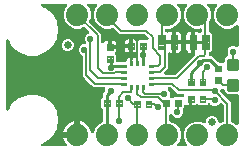
<source format=gtl>
G04 EAGLE Gerber RS-274X export*
G75*
%MOMM*%
%FSLAX34Y34*%
%LPD*%
%INTop Copper*%
%IPPOS*%
%AMOC8*
5,1,8,0,0,1.08239X$1,22.5*%
G01*
%ADD10C,0.102000*%
%ADD11C,0.635000*%
%ADD12C,1.879600*%
%ADD13C,0.099059*%
%ADD14C,0.300000*%
%ADD15C,0.554000*%
%ADD16C,0.152400*%
%ADD17C,0.254000*%

G36*
X53303Y3054D02*
X53303Y3054D01*
X53343Y3051D01*
X53461Y3074D01*
X53579Y3089D01*
X53617Y3103D01*
X53656Y3111D01*
X53764Y3162D01*
X53875Y3206D01*
X53907Y3229D01*
X53943Y3246D01*
X54036Y3322D01*
X54133Y3392D01*
X54158Y3423D01*
X54189Y3448D01*
X54259Y3545D01*
X54335Y3637D01*
X54352Y3673D01*
X54376Y3706D01*
X54420Y3817D01*
X54471Y3925D01*
X54478Y3964D01*
X54493Y4001D01*
X54508Y4120D01*
X54531Y4237D01*
X54528Y4277D01*
X54533Y4317D01*
X54518Y4435D01*
X54511Y4555D01*
X54499Y4593D01*
X54494Y4632D01*
X54450Y4743D01*
X54413Y4857D01*
X54392Y4891D01*
X54377Y4928D01*
X54291Y5064D01*
X53289Y6443D01*
X52436Y8117D01*
X51855Y9904D01*
X51815Y10161D01*
X62230Y10161D01*
X62348Y10176D01*
X62467Y10183D01*
X62505Y10196D01*
X62545Y10201D01*
X62656Y10244D01*
X62769Y10281D01*
X62803Y10303D01*
X62841Y10318D01*
X62937Y10388D01*
X63038Y10451D01*
X63066Y10481D01*
X63098Y10504D01*
X63174Y10596D01*
X63256Y10683D01*
X63275Y10718D01*
X63301Y10749D01*
X63352Y10857D01*
X63409Y10961D01*
X63420Y11001D01*
X63437Y11037D01*
X63459Y11154D01*
X63489Y11269D01*
X63493Y11330D01*
X63497Y11350D01*
X63495Y11370D01*
X63499Y11430D01*
X63499Y12701D01*
X64770Y12701D01*
X64888Y12716D01*
X65007Y12723D01*
X65045Y12736D01*
X65085Y12741D01*
X65196Y12785D01*
X65309Y12821D01*
X65344Y12843D01*
X65381Y12858D01*
X65477Y12928D01*
X65578Y12991D01*
X65606Y13021D01*
X65639Y13045D01*
X65714Y13136D01*
X65796Y13223D01*
X65816Y13258D01*
X65841Y13290D01*
X65892Y13397D01*
X65950Y13502D01*
X65960Y13541D01*
X65977Y13577D01*
X65999Y13694D01*
X66029Y13809D01*
X66033Y13870D01*
X66037Y13890D01*
X66035Y13910D01*
X66039Y13970D01*
X66039Y24385D01*
X66296Y24345D01*
X68083Y23764D01*
X69757Y22911D01*
X71278Y21806D01*
X72606Y20478D01*
X73711Y18957D01*
X74564Y17283D01*
X75154Y15466D01*
X75179Y15380D01*
X75210Y15254D01*
X75224Y15227D01*
X75232Y15198D01*
X75298Y15087D01*
X75358Y14973D01*
X75379Y14950D01*
X75394Y14924D01*
X75485Y14833D01*
X75572Y14737D01*
X75597Y14721D01*
X75619Y14700D01*
X75730Y14634D01*
X75838Y14563D01*
X75867Y14553D01*
X75892Y14537D01*
X76016Y14501D01*
X76139Y14459D01*
X76169Y14457D01*
X76198Y14449D01*
X76327Y14444D01*
X76456Y14434D01*
X76486Y14439D01*
X76516Y14438D01*
X76642Y14466D01*
X76769Y14489D01*
X76797Y14501D01*
X76826Y14507D01*
X76941Y14566D01*
X77059Y14619D01*
X77083Y14638D01*
X77110Y14652D01*
X77206Y14737D01*
X77308Y14818D01*
X77326Y14842D01*
X77348Y14862D01*
X77421Y14968D01*
X77499Y15072D01*
X77518Y15110D01*
X77527Y15124D01*
X77535Y15145D01*
X77570Y15216D01*
X79209Y19175D01*
X82425Y22391D01*
X84814Y23380D01*
X84839Y23395D01*
X84867Y23404D01*
X84977Y23473D01*
X85090Y23537D01*
X85111Y23558D01*
X85136Y23574D01*
X85225Y23668D01*
X85318Y23759D01*
X85334Y23784D01*
X85354Y23805D01*
X85417Y23919D01*
X85485Y24030D01*
X85493Y24058D01*
X85508Y24084D01*
X85540Y24210D01*
X85578Y24334D01*
X85580Y24363D01*
X85587Y24392D01*
X85597Y24553D01*
X85597Y33778D01*
X85585Y33876D01*
X85582Y33975D01*
X85565Y34034D01*
X85557Y34094D01*
X85521Y34186D01*
X85493Y34281D01*
X85463Y34333D01*
X85440Y34389D01*
X85382Y34469D01*
X85332Y34555D01*
X85266Y34630D01*
X85254Y34647D01*
X85244Y34654D01*
X85226Y34676D01*
X83566Y36335D01*
X83566Y43421D01*
X84925Y44779D01*
X84985Y44858D01*
X85053Y44930D01*
X85082Y44983D01*
X85119Y45031D01*
X85159Y45122D01*
X85207Y45208D01*
X85222Y45267D01*
X85246Y45323D01*
X85261Y45421D01*
X85286Y45516D01*
X85292Y45616D01*
X85296Y45637D01*
X85294Y45649D01*
X85296Y45677D01*
X85296Y48311D01*
X86774Y49788D01*
X86834Y49867D01*
X86902Y49939D01*
X86931Y49992D01*
X86968Y50040D01*
X87008Y50131D01*
X87056Y50217D01*
X87071Y50276D01*
X87095Y50331D01*
X87110Y50429D01*
X87135Y50525D01*
X87141Y50625D01*
X87145Y50646D01*
X87143Y50658D01*
X87145Y50686D01*
X87145Y51247D01*
X87229Y51450D01*
X87242Y51498D01*
X87264Y51543D01*
X87284Y51651D01*
X87313Y51757D01*
X87314Y51807D01*
X87323Y51856D01*
X87317Y51965D01*
X87318Y52075D01*
X87307Y52123D01*
X87304Y52173D01*
X87270Y52277D01*
X87244Y52384D01*
X87221Y52428D01*
X87206Y52475D01*
X87147Y52568D01*
X87095Y52665D01*
X87062Y52702D01*
X87035Y52744D01*
X86955Y52819D01*
X86882Y52901D01*
X86840Y52928D01*
X86804Y52962D01*
X86708Y53015D01*
X86616Y53075D01*
X86569Y53092D01*
X86525Y53116D01*
X86419Y53143D01*
X86315Y53179D01*
X86265Y53183D01*
X86217Y53195D01*
X86057Y53205D01*
X77462Y53205D01*
X75454Y55214D01*
X70334Y60334D01*
X68325Y62342D01*
X68325Y79110D01*
X68322Y79139D01*
X68324Y79169D01*
X68302Y79296D01*
X68285Y79425D01*
X68275Y79453D01*
X68269Y79482D01*
X68216Y79600D01*
X68168Y79721D01*
X68151Y79745D01*
X68139Y79772D01*
X68058Y79873D01*
X67982Y79978D01*
X67959Y79997D01*
X67940Y80020D01*
X67837Y80098D01*
X67737Y80181D01*
X67710Y80194D01*
X67686Y80212D01*
X67542Y80283D01*
X66875Y80558D01*
X65524Y81909D01*
X64793Y83675D01*
X64793Y85585D01*
X65524Y87351D01*
X66875Y88702D01*
X68641Y89433D01*
X69462Y89433D01*
X69511Y89439D01*
X69560Y89437D01*
X69668Y89459D01*
X69777Y89473D01*
X69823Y89491D01*
X69872Y89501D01*
X69971Y89549D01*
X70073Y89590D01*
X70113Y89619D01*
X70158Y89641D01*
X70241Y89712D01*
X70330Y89776D01*
X70362Y89815D01*
X70400Y89847D01*
X70463Y89937D01*
X70533Y90021D01*
X70554Y90066D01*
X70583Y90107D01*
X70622Y90210D01*
X70668Y90309D01*
X70678Y90358D01*
X70695Y90404D01*
X70708Y90514D01*
X70728Y90621D01*
X70725Y90671D01*
X70731Y90720D01*
X70715Y90829D01*
X70708Y90939D01*
X70693Y90986D01*
X70686Y91035D01*
X70634Y91188D01*
X69873Y93025D01*
X69873Y94935D01*
X70604Y96701D01*
X71955Y98052D01*
X72916Y98449D01*
X72959Y98474D01*
X73006Y98491D01*
X73097Y98553D01*
X73192Y98607D01*
X73228Y98642D01*
X73269Y98670D01*
X73342Y98752D01*
X73421Y98828D01*
X73447Y98871D01*
X73480Y98908D01*
X73530Y99006D01*
X73587Y99099D01*
X73602Y99147D01*
X73624Y99191D01*
X73648Y99298D01*
X73681Y99403D01*
X73683Y99453D01*
X73694Y99501D01*
X73691Y99611D01*
X73696Y99721D01*
X73686Y99770D01*
X73684Y99819D01*
X73654Y99925D01*
X73632Y100032D01*
X73610Y100077D01*
X73596Y100125D01*
X73540Y100219D01*
X73492Y100318D01*
X73460Y100356D01*
X73434Y100399D01*
X73328Y100520D01*
X70054Y103794D01*
X70030Y103812D01*
X70011Y103835D01*
X69905Y103909D01*
X69802Y103989D01*
X69775Y104001D01*
X69751Y104018D01*
X69630Y104064D01*
X69511Y104115D01*
X69481Y104120D01*
X69454Y104130D01*
X69325Y104145D01*
X69196Y104165D01*
X69167Y104162D01*
X69138Y104166D01*
X69009Y104148D01*
X68880Y104135D01*
X68852Y104125D01*
X68823Y104121D01*
X68670Y104069D01*
X65774Y102869D01*
X61226Y102869D01*
X57025Y104609D01*
X53809Y107825D01*
X52069Y112026D01*
X52069Y116574D01*
X53809Y120775D01*
X54819Y121785D01*
X54904Y121894D01*
X54993Y122001D01*
X55002Y122020D01*
X55014Y122036D01*
X55069Y122163D01*
X55128Y122289D01*
X55132Y122309D01*
X55140Y122328D01*
X55162Y122466D01*
X55188Y122602D01*
X55187Y122622D01*
X55190Y122642D01*
X55177Y122781D01*
X55168Y122919D01*
X55162Y122938D01*
X55160Y122958D01*
X55113Y123090D01*
X55070Y123221D01*
X55060Y123239D01*
X55053Y123258D01*
X54975Y123373D01*
X54900Y123490D01*
X54886Y123504D01*
X54874Y123521D01*
X54770Y123613D01*
X54669Y123708D01*
X54651Y123718D01*
X54636Y123731D01*
X54512Y123794D01*
X54390Y123862D01*
X54371Y123867D01*
X54353Y123876D01*
X54217Y123906D01*
X54082Y123941D01*
X54054Y123943D01*
X54042Y123946D01*
X54022Y123945D01*
X53922Y123951D01*
X34316Y123951D01*
X34219Y123939D01*
X34122Y123936D01*
X34062Y123919D01*
X34000Y123911D01*
X33910Y123876D01*
X33816Y123849D01*
X33762Y123817D01*
X33704Y123794D01*
X33626Y123737D01*
X33542Y123688D01*
X33498Y123644D01*
X33447Y123608D01*
X33385Y123532D01*
X33316Y123464D01*
X33284Y123411D01*
X33244Y123363D01*
X33203Y123275D01*
X33153Y123191D01*
X33135Y123131D01*
X33109Y123075D01*
X33091Y122979D01*
X33063Y122886D01*
X33061Y122824D01*
X33049Y122763D01*
X33055Y122665D01*
X33052Y122568D01*
X33065Y122507D01*
X33069Y122445D01*
X33099Y122352D01*
X33120Y122257D01*
X33148Y122202D01*
X33167Y122143D01*
X33219Y122060D01*
X33263Y121973D01*
X33304Y121927D01*
X33337Y121874D01*
X33408Y121807D01*
X33472Y121734D01*
X33523Y121699D01*
X33569Y121656D01*
X33654Y121609D01*
X33734Y121554D01*
X33830Y121512D01*
X33847Y121502D01*
X33858Y121500D01*
X33882Y121489D01*
X36362Y120587D01*
X42195Y115692D01*
X46002Y109098D01*
X47324Y101600D01*
X46002Y94102D01*
X42195Y87508D01*
X36362Y82613D01*
X29207Y80009D01*
X21593Y80009D01*
X14438Y82613D01*
X8605Y87508D01*
X5417Y93030D01*
X5329Y93146D01*
X5244Y93264D01*
X5233Y93272D01*
X5225Y93283D01*
X5111Y93373D01*
X4999Y93467D01*
X4986Y93472D01*
X4976Y93481D01*
X4842Y93540D01*
X4711Y93602D01*
X4698Y93605D01*
X4685Y93610D01*
X4541Y93635D01*
X4398Y93662D01*
X4385Y93661D01*
X4372Y93663D01*
X4226Y93651D01*
X4081Y93642D01*
X4068Y93638D01*
X4055Y93637D01*
X3917Y93589D01*
X3779Y93544D01*
X3767Y93537D01*
X3754Y93532D01*
X3633Y93452D01*
X3510Y93374D01*
X3501Y93364D01*
X3489Y93357D01*
X3392Y93249D01*
X3292Y93142D01*
X3285Y93131D01*
X3276Y93120D01*
X3209Y92991D01*
X3138Y92864D01*
X3135Y92851D01*
X3129Y92839D01*
X3095Y92697D01*
X3059Y92556D01*
X3058Y92538D01*
X3056Y92529D01*
X3056Y92512D01*
X3049Y92395D01*
X3049Y34605D01*
X3067Y34460D01*
X3082Y34315D01*
X3087Y34303D01*
X3089Y34289D01*
X3142Y34154D01*
X3193Y34017D01*
X3201Y34006D01*
X3206Y33994D01*
X3291Y33876D01*
X3374Y33756D01*
X3385Y33747D01*
X3392Y33736D01*
X3504Y33643D01*
X3615Y33548D01*
X3627Y33542D01*
X3637Y33533D01*
X3769Y33472D01*
X3900Y33406D01*
X3913Y33404D01*
X3925Y33398D01*
X4067Y33371D01*
X4211Y33340D01*
X4224Y33341D01*
X4237Y33338D01*
X4382Y33347D01*
X4528Y33353D01*
X4541Y33357D01*
X4555Y33358D01*
X4693Y33403D01*
X4833Y33445D01*
X4845Y33452D01*
X4857Y33456D01*
X4980Y33534D01*
X5105Y33609D01*
X5115Y33619D01*
X5126Y33626D01*
X5226Y33732D01*
X5328Y33836D01*
X5338Y33851D01*
X5344Y33858D01*
X5352Y33873D01*
X5417Y33970D01*
X8605Y39492D01*
X14438Y44387D01*
X21593Y46991D01*
X29207Y46991D01*
X36362Y44387D01*
X42195Y39492D01*
X46002Y32898D01*
X47324Y25400D01*
X46002Y17902D01*
X42195Y11308D01*
X36362Y6413D01*
X33882Y5511D01*
X33795Y5466D01*
X33704Y5430D01*
X33654Y5394D01*
X33599Y5365D01*
X33526Y5301D01*
X33447Y5244D01*
X33407Y5196D01*
X33361Y5154D01*
X33306Y5074D01*
X33244Y4999D01*
X33218Y4942D01*
X33183Y4891D01*
X33150Y4799D01*
X33109Y4711D01*
X33097Y4650D01*
X33076Y4591D01*
X33067Y4494D01*
X33049Y4398D01*
X33053Y4336D01*
X33047Y4274D01*
X33063Y4178D01*
X33069Y4081D01*
X33088Y4022D01*
X33098Y3960D01*
X33137Y3871D01*
X33167Y3779D01*
X33200Y3726D01*
X33225Y3669D01*
X33285Y3592D01*
X33337Y3510D01*
X33382Y3467D01*
X33421Y3418D01*
X33498Y3359D01*
X33569Y3292D01*
X33623Y3262D01*
X33672Y3224D01*
X33762Y3185D01*
X33847Y3138D01*
X33907Y3123D01*
X33965Y3098D01*
X34061Y3083D01*
X34155Y3059D01*
X34259Y3052D01*
X34279Y3049D01*
X34290Y3050D01*
X34316Y3049D01*
X53264Y3049D01*
X53303Y3054D01*
G37*
G36*
X146283Y63807D02*
X146283Y63807D01*
X146382Y63810D01*
X146440Y63827D01*
X146500Y63835D01*
X146592Y63871D01*
X146687Y63899D01*
X146740Y63929D01*
X146796Y63952D01*
X146876Y64010D01*
X146961Y64060D01*
X147037Y64126D01*
X147053Y64138D01*
X147061Y64148D01*
X147082Y64166D01*
X163044Y80128D01*
X163129Y80238D01*
X163218Y80345D01*
X163227Y80364D01*
X163239Y80380D01*
X163295Y80508D01*
X163354Y80633D01*
X163357Y80653D01*
X163365Y80672D01*
X163387Y80810D01*
X163413Y80945D01*
X163412Y80966D01*
X163415Y80986D01*
X163402Y81125D01*
X163394Y81263D01*
X163387Y81282D01*
X163385Y81302D01*
X163338Y81434D01*
X163321Y81486D01*
X163321Y89853D01*
X173863Y89853D01*
X173882Y89865D01*
X173904Y89869D01*
X173911Y89884D01*
X173920Y89890D01*
X173919Y89900D01*
X173926Y89916D01*
X173926Y92456D01*
X173914Y92475D01*
X173910Y92497D01*
X173895Y92504D01*
X173889Y92513D01*
X173879Y92512D01*
X173863Y92519D01*
X163321Y92519D01*
X163321Y100077D01*
X164877Y100077D01*
X165650Y99870D01*
X166344Y99469D01*
X166434Y99399D01*
X166523Y99321D01*
X166559Y99302D01*
X166591Y99277D01*
X166700Y99230D01*
X166806Y99176D01*
X166846Y99167D01*
X166883Y99151D01*
X167000Y99132D01*
X167117Y99106D01*
X167157Y99108D01*
X167197Y99101D01*
X167315Y99112D01*
X167434Y99116D01*
X167473Y99127D01*
X167513Y99131D01*
X167626Y99171D01*
X167740Y99204D01*
X167775Y99225D01*
X167813Y99239D01*
X167911Y99305D01*
X168014Y99366D01*
X168059Y99406D01*
X168076Y99417D01*
X168089Y99432D01*
X168135Y99472D01*
X168253Y99591D01*
X168258Y99591D01*
X168296Y99604D01*
X168337Y99609D01*
X168447Y99652D01*
X168560Y99689D01*
X168595Y99711D01*
X168632Y99726D01*
X168728Y99795D01*
X168829Y99859D01*
X168857Y99889D01*
X168890Y99912D01*
X168966Y100004D01*
X169047Y100091D01*
X169067Y100126D01*
X169092Y100157D01*
X169143Y100265D01*
X169201Y100369D01*
X169211Y100409D01*
X169228Y100445D01*
X169250Y100562D01*
X169280Y100677D01*
X169284Y100737D01*
X169288Y100757D01*
X169286Y100778D01*
X169290Y100838D01*
X169290Y101764D01*
X169284Y101813D01*
X169286Y101863D01*
X169264Y101970D01*
X169250Y102079D01*
X169232Y102125D01*
X169222Y102174D01*
X169174Y102273D01*
X169133Y102375D01*
X169104Y102415D01*
X169082Y102460D01*
X169011Y102543D01*
X168947Y102632D01*
X168908Y102664D01*
X168876Y102702D01*
X168786Y102765D01*
X168702Y102835D01*
X168657Y102856D01*
X168616Y102885D01*
X168513Y102924D01*
X168414Y102970D01*
X168365Y102980D01*
X168319Y102997D01*
X168209Y103010D01*
X168102Y103030D01*
X168052Y103027D01*
X168002Y103033D01*
X167894Y103017D01*
X167784Y103011D01*
X167737Y102995D01*
X167688Y102988D01*
X167535Y102936D01*
X167374Y102869D01*
X162826Y102869D01*
X158625Y104609D01*
X155409Y107825D01*
X153669Y112026D01*
X153669Y116574D01*
X155409Y120775D01*
X156419Y121785D01*
X156504Y121894D01*
X156593Y122001D01*
X156602Y122020D01*
X156614Y122036D01*
X156669Y122163D01*
X156728Y122289D01*
X156732Y122309D01*
X156740Y122328D01*
X156762Y122466D01*
X156788Y122602D01*
X156787Y122622D01*
X156790Y122642D01*
X156777Y122781D01*
X156768Y122919D01*
X156762Y122938D01*
X156760Y122958D01*
X156713Y123090D01*
X156670Y123221D01*
X156660Y123239D01*
X156653Y123258D01*
X156575Y123373D01*
X156500Y123490D01*
X156486Y123504D01*
X156474Y123521D01*
X156370Y123613D01*
X156269Y123708D01*
X156251Y123718D01*
X156236Y123731D01*
X156112Y123794D01*
X155990Y123862D01*
X155971Y123867D01*
X155953Y123876D01*
X155817Y123906D01*
X155682Y123941D01*
X155654Y123943D01*
X155642Y123946D01*
X155622Y123945D01*
X155522Y123951D01*
X149278Y123951D01*
X149140Y123934D01*
X149002Y123921D01*
X148983Y123914D01*
X148963Y123911D01*
X148834Y123860D01*
X148703Y123813D01*
X148686Y123802D01*
X148667Y123794D01*
X148555Y123713D01*
X148440Y123635D01*
X148426Y123619D01*
X148410Y123608D01*
X148321Y123500D01*
X148229Y123396D01*
X148220Y123378D01*
X148207Y123363D01*
X148148Y123237D01*
X148085Y123113D01*
X148080Y123093D01*
X148072Y123075D01*
X148045Y122938D01*
X148015Y122803D01*
X148016Y122782D01*
X148012Y122763D01*
X148020Y122624D01*
X148025Y122485D01*
X148030Y122465D01*
X148032Y122445D01*
X148074Y122313D01*
X148113Y122179D01*
X148123Y122162D01*
X148130Y122143D01*
X148204Y122025D01*
X148275Y121905D01*
X148293Y121884D01*
X148300Y121874D01*
X148315Y121860D01*
X148381Y121785D01*
X149391Y120775D01*
X151131Y116574D01*
X151131Y112026D01*
X149391Y107825D01*
X146175Y104609D01*
X141974Y102869D01*
X139065Y102869D01*
X138947Y102854D01*
X138828Y102847D01*
X138790Y102834D01*
X138749Y102829D01*
X138639Y102786D01*
X138526Y102749D01*
X138491Y102727D01*
X138454Y102712D01*
X138358Y102643D01*
X138257Y102579D01*
X138229Y102549D01*
X138196Y102526D01*
X138120Y102434D01*
X138039Y102347D01*
X138019Y102312D01*
X137994Y102281D01*
X137943Y102173D01*
X137885Y102069D01*
X137875Y102029D01*
X137858Y101993D01*
X137836Y101876D01*
X137806Y101761D01*
X137802Y101701D01*
X137798Y101681D01*
X137800Y101660D01*
X137796Y101600D01*
X137796Y101092D01*
X137811Y100974D01*
X137818Y100855D01*
X137831Y100817D01*
X137836Y100776D01*
X137880Y100665D01*
X137916Y100553D01*
X137938Y100518D01*
X137953Y100481D01*
X138022Y100385D01*
X138086Y100284D01*
X138116Y100256D01*
X138139Y100223D01*
X138231Y100147D01*
X138318Y100066D01*
X138353Y100046D01*
X138384Y100021D01*
X138492Y99970D01*
X138596Y99912D01*
X138636Y99902D01*
X138672Y99885D01*
X138789Y99863D01*
X138824Y99854D01*
X138951Y99726D01*
X139045Y99653D01*
X139135Y99574D01*
X139171Y99556D01*
X139203Y99531D01*
X139312Y99484D01*
X139418Y99430D01*
X139457Y99421D01*
X139494Y99405D01*
X139612Y99386D01*
X139728Y99360D01*
X139769Y99361D01*
X139808Y99355D01*
X139927Y99366D01*
X140046Y99370D01*
X140085Y99381D01*
X140125Y99385D01*
X140237Y99425D01*
X140352Y99458D01*
X140386Y99479D01*
X140424Y99493D01*
X140523Y99559D01*
X140626Y99620D01*
X140671Y99660D01*
X140687Y99671D01*
X140701Y99686D01*
X140743Y99724D01*
X141436Y100124D01*
X142209Y100331D01*
X143765Y100331D01*
X143765Y92773D01*
X133223Y92773D01*
X133204Y92761D01*
X133182Y92757D01*
X133175Y92742D01*
X133166Y92736D01*
X133167Y92726D01*
X133160Y92710D01*
X133160Y90170D01*
X133172Y90151D01*
X133176Y90129D01*
X133191Y90122D01*
X133197Y90113D01*
X133207Y90114D01*
X133223Y90107D01*
X143765Y90107D01*
X143765Y82549D01*
X142208Y82549D01*
X141934Y82623D01*
X141809Y82640D01*
X141685Y82664D01*
X141652Y82662D01*
X141618Y82666D01*
X141493Y82652D01*
X141368Y82644D01*
X141336Y82634D01*
X141303Y82630D01*
X141185Y82585D01*
X141066Y82546D01*
X141037Y82528D01*
X141006Y82516D01*
X140903Y82443D01*
X140797Y82376D01*
X140774Y82351D01*
X140746Y82332D01*
X140665Y82236D01*
X140579Y82144D01*
X140563Y82115D01*
X140541Y82089D01*
X140486Y81975D01*
X140425Y81866D01*
X140417Y81833D01*
X140402Y81803D01*
X140377Y81679D01*
X140346Y81558D01*
X140343Y81509D01*
X140339Y81491D01*
X140340Y81469D01*
X140336Y81397D01*
X140336Y68946D01*
X137351Y65961D01*
X137266Y65852D01*
X137177Y65745D01*
X137168Y65726D01*
X137156Y65710D01*
X137100Y65582D01*
X137041Y65457D01*
X137038Y65437D01*
X137030Y65418D01*
X137008Y65280D01*
X136982Y65144D01*
X136983Y65124D01*
X136980Y65104D01*
X136993Y64965D01*
X137001Y64827D01*
X137008Y64808D01*
X137009Y64788D01*
X137057Y64656D01*
X137099Y64525D01*
X137110Y64507D01*
X137117Y64488D01*
X137195Y64373D01*
X137270Y64256D01*
X137284Y64242D01*
X137296Y64225D01*
X137400Y64133D01*
X137501Y64038D01*
X137519Y64028D01*
X137534Y64015D01*
X137658Y63951D01*
X137780Y63884D01*
X137799Y63879D01*
X137817Y63870D01*
X137953Y63840D01*
X138088Y63805D01*
X138116Y63803D01*
X138128Y63800D01*
X138148Y63801D01*
X138248Y63795D01*
X146185Y63795D01*
X146283Y63807D01*
G37*
G36*
X99074Y74315D02*
X99074Y74315D01*
X99173Y74318D01*
X99231Y74335D01*
X99292Y74343D01*
X99384Y74379D01*
X99479Y74407D01*
X99531Y74437D01*
X99587Y74460D01*
X99667Y74518D01*
X99693Y74533D01*
X103990Y74533D01*
X104108Y74548D01*
X104227Y74555D01*
X104265Y74568D01*
X104306Y74573D01*
X104416Y74616D01*
X104529Y74653D01*
X104564Y74675D01*
X104601Y74690D01*
X104697Y74759D01*
X104798Y74823D01*
X104826Y74853D01*
X104859Y74876D01*
X104935Y74968D01*
X105016Y75055D01*
X105036Y75090D01*
X105061Y75121D01*
X105112Y75229D01*
X105170Y75333D01*
X105180Y75373D01*
X105197Y75409D01*
X105219Y75526D01*
X105249Y75641D01*
X105253Y75701D01*
X105257Y75721D01*
X105255Y75742D01*
X105258Y75788D01*
X105467Y76568D01*
X105869Y77263D01*
X106437Y77831D01*
X107132Y78233D01*
X107908Y78441D01*
X108031Y78441D01*
X108031Y77084D01*
X108050Y76932D01*
X108069Y76774D01*
X108070Y76772D01*
X108070Y76769D01*
X108127Y76625D01*
X108185Y76478D01*
X108186Y76476D01*
X108187Y76473D01*
X108279Y76347D01*
X108370Y76220D01*
X108373Y76218D01*
X108374Y76216D01*
X108495Y76115D01*
X108614Y76016D01*
X108617Y76015D01*
X108619Y76013D01*
X108759Y75947D01*
X108901Y75879D01*
X108904Y75878D01*
X108907Y75877D01*
X109055Y75849D01*
X109213Y75818D01*
X109216Y75818D01*
X109219Y75817D01*
X109373Y75827D01*
X109531Y75836D01*
X109534Y75837D01*
X109537Y75837D01*
X109684Y75885D01*
X109834Y75933D01*
X109836Y75934D01*
X109839Y75935D01*
X109970Y76018D01*
X110103Y76102D01*
X110105Y76104D01*
X110108Y76105D01*
X110215Y76219D01*
X110322Y76332D01*
X110325Y76336D01*
X110326Y76337D01*
X110326Y76338D01*
X110329Y76342D01*
X110409Y76468D01*
X110410Y76468D01*
X110440Y76544D01*
X110480Y76616D01*
X110499Y76691D01*
X110528Y76763D01*
X110539Y76845D01*
X110559Y76924D01*
X110569Y77073D01*
X110569Y77079D01*
X110569Y77081D01*
X110569Y77085D01*
X110569Y78441D01*
X110692Y78441D01*
X111471Y78232D01*
X111563Y78219D01*
X111653Y78197D01*
X111720Y78198D01*
X111787Y78189D01*
X111878Y78199D01*
X111971Y78200D01*
X112086Y78223D01*
X112102Y78225D01*
X112110Y78228D01*
X112129Y78232D01*
X112908Y78441D01*
X113228Y78441D01*
X113346Y78456D01*
X113465Y78463D01*
X113503Y78476D01*
X113544Y78481D01*
X113654Y78524D01*
X113767Y78561D01*
X113802Y78583D01*
X113839Y78598D01*
X113935Y78667D01*
X114036Y78731D01*
X114064Y78761D01*
X114097Y78784D01*
X114173Y78876D01*
X114254Y78963D01*
X114274Y78998D01*
X114299Y79029D01*
X114350Y79137D01*
X114408Y79241D01*
X114418Y79281D01*
X114435Y79317D01*
X114457Y79434D01*
X114487Y79549D01*
X114491Y79609D01*
X114495Y79629D01*
X114493Y79650D01*
X114497Y79710D01*
X114497Y81595D01*
X114482Y81720D01*
X114472Y81845D01*
X114462Y81877D01*
X114457Y81911D01*
X114411Y82027D01*
X114371Y82147D01*
X114353Y82175D01*
X114340Y82206D01*
X114267Y82308D01*
X114198Y82413D01*
X114173Y82436D01*
X114154Y82464D01*
X114057Y82544D01*
X113964Y82629D01*
X113935Y82645D01*
X113909Y82666D01*
X113795Y82720D01*
X113684Y82779D01*
X113651Y82788D01*
X113621Y82802D01*
X113497Y82826D01*
X113375Y82856D01*
X113342Y82855D01*
X113309Y82862D01*
X113183Y82854D01*
X113057Y82853D01*
X113009Y82843D01*
X112991Y82842D01*
X112971Y82835D01*
X112899Y82821D01*
X112065Y82597D01*
X110672Y82597D01*
X110672Y87908D01*
X110657Y88026D01*
X110650Y88145D01*
X110648Y88152D01*
X110662Y88208D01*
X110666Y88268D01*
X110670Y88288D01*
X110668Y88308D01*
X110672Y88368D01*
X110672Y93679D01*
X112065Y93679D01*
X112841Y93471D01*
X113536Y93069D01*
X113635Y92971D01*
X113729Y92898D01*
X113818Y92819D01*
X113854Y92801D01*
X113886Y92776D01*
X113995Y92728D01*
X114101Y92674D01*
X114141Y92665D01*
X114178Y92649D01*
X114296Y92631D01*
X114412Y92605D01*
X114452Y92606D01*
X114492Y92600D01*
X114611Y92611D01*
X114729Y92614D01*
X114768Y92626D01*
X114809Y92629D01*
X114921Y92670D01*
X115035Y92703D01*
X115070Y92723D01*
X115108Y92737D01*
X115206Y92804D01*
X115309Y92864D01*
X115354Y92904D01*
X115371Y92916D01*
X115384Y92931D01*
X115430Y92971D01*
X115630Y93171D01*
X122825Y93171D01*
X122962Y93188D01*
X123101Y93201D01*
X123120Y93208D01*
X123140Y93211D01*
X123269Y93262D01*
X123400Y93309D01*
X123417Y93320D01*
X123436Y93328D01*
X123548Y93409D01*
X123663Y93487D01*
X123677Y93503D01*
X123693Y93514D01*
X123782Y93622D01*
X123874Y93726D01*
X123883Y93744D01*
X123896Y93759D01*
X123955Y93885D01*
X124019Y94009D01*
X124023Y94029D01*
X124032Y94047D01*
X124058Y94183D01*
X124088Y94319D01*
X124088Y94340D01*
X124091Y94359D01*
X124083Y94498D01*
X124079Y94637D01*
X124073Y94657D01*
X124072Y94677D01*
X124029Y94809D01*
X123990Y94943D01*
X123980Y94960D01*
X123974Y94979D01*
X123899Y95097D01*
X123829Y95217D01*
X123810Y95238D01*
X123803Y95248D01*
X123788Y95262D01*
X123722Y95337D01*
X121134Y97926D01*
X121056Y97986D01*
X120984Y98054D01*
X120931Y98083D01*
X120883Y98120D01*
X120792Y98160D01*
X120705Y98208D01*
X120647Y98223D01*
X120591Y98247D01*
X120493Y98262D01*
X120397Y98287D01*
X120297Y98293D01*
X120277Y98297D01*
X120265Y98295D01*
X120237Y98297D01*
X99426Y98297D01*
X94376Y103348D01*
X94353Y103366D01*
X94334Y103388D01*
X94228Y103463D01*
X94125Y103543D01*
X94098Y103554D01*
X94074Y103571D01*
X93952Y103617D01*
X93833Y103669D01*
X93804Y103674D01*
X93776Y103684D01*
X93647Y103698D01*
X93519Y103719D01*
X93489Y103716D01*
X93460Y103719D01*
X93332Y103701D01*
X93202Y103689D01*
X93174Y103679D01*
X93145Y103675D01*
X92993Y103623D01*
X91174Y102869D01*
X86626Y102869D01*
X82425Y104609D01*
X79209Y107825D01*
X77469Y112026D01*
X77469Y116574D01*
X79209Y120775D01*
X80219Y121785D01*
X80304Y121894D01*
X80393Y122001D01*
X80402Y122020D01*
X80414Y122036D01*
X80469Y122163D01*
X80528Y122289D01*
X80532Y122309D01*
X80540Y122328D01*
X80562Y122466D01*
X80588Y122602D01*
X80587Y122622D01*
X80590Y122642D01*
X80577Y122781D01*
X80568Y122919D01*
X80562Y122938D01*
X80560Y122958D01*
X80513Y123090D01*
X80470Y123221D01*
X80460Y123239D01*
X80453Y123258D01*
X80375Y123373D01*
X80300Y123490D01*
X80286Y123504D01*
X80274Y123521D01*
X80170Y123613D01*
X80069Y123708D01*
X80051Y123718D01*
X80036Y123731D01*
X79912Y123794D01*
X79790Y123862D01*
X79771Y123867D01*
X79753Y123876D01*
X79617Y123906D01*
X79482Y123941D01*
X79454Y123943D01*
X79442Y123946D01*
X79422Y123945D01*
X79322Y123951D01*
X73078Y123951D01*
X72940Y123934D01*
X72802Y123921D01*
X72783Y123914D01*
X72763Y123911D01*
X72634Y123860D01*
X72503Y123813D01*
X72486Y123802D01*
X72467Y123794D01*
X72355Y123713D01*
X72240Y123635D01*
X72226Y123619D01*
X72210Y123608D01*
X72121Y123500D01*
X72029Y123396D01*
X72020Y123378D01*
X72007Y123363D01*
X71948Y123237D01*
X71885Y123113D01*
X71880Y123093D01*
X71872Y123075D01*
X71845Y122938D01*
X71815Y122803D01*
X71816Y122782D01*
X71812Y122763D01*
X71820Y122624D01*
X71825Y122485D01*
X71830Y122465D01*
X71832Y122445D01*
X71874Y122313D01*
X71913Y122179D01*
X71923Y122162D01*
X71930Y122143D01*
X72004Y122025D01*
X72075Y121905D01*
X72093Y121884D01*
X72100Y121874D01*
X72115Y121860D01*
X72181Y121785D01*
X73191Y120775D01*
X74931Y116574D01*
X74931Y112026D01*
X73731Y109130D01*
X73723Y109101D01*
X73710Y109075D01*
X73681Y108948D01*
X73647Y108823D01*
X73646Y108793D01*
X73640Y108764D01*
X73644Y108635D01*
X73642Y108505D01*
X73649Y108476D01*
X73650Y108447D01*
X73686Y108322D01*
X73716Y108196D01*
X73730Y108169D01*
X73738Y108141D01*
X73804Y108029D01*
X73865Y107914D01*
X73885Y107893D01*
X73900Y107867D01*
X74006Y107746D01*
X81558Y100194D01*
X83567Y98186D01*
X83567Y91706D01*
X83585Y91561D01*
X83600Y91417D01*
X83605Y91404D01*
X83607Y91391D01*
X83660Y91255D01*
X83711Y91119D01*
X83719Y91107D01*
X83724Y91095D01*
X83809Y90977D01*
X83892Y90857D01*
X83903Y90848D01*
X83910Y90838D01*
X84023Y90745D01*
X84133Y90649D01*
X84145Y90643D01*
X84155Y90635D01*
X84287Y90573D01*
X84418Y90508D01*
X84431Y90505D01*
X84443Y90499D01*
X84585Y90472D01*
X84729Y90441D01*
X84742Y90442D01*
X84755Y90439D01*
X84901Y90449D01*
X85047Y90455D01*
X85059Y90458D01*
X85073Y90459D01*
X85212Y90504D01*
X85351Y90546D01*
X85363Y90553D01*
X85375Y90557D01*
X85498Y90635D01*
X85623Y90711D01*
X85633Y90720D01*
X85644Y90727D01*
X85744Y90833D01*
X85846Y90938D01*
X85856Y90953D01*
X85862Y90959D01*
X85870Y90974D01*
X85935Y91072D01*
X86128Y91405D01*
X86696Y91973D01*
X87391Y92375D01*
X88167Y92583D01*
X89560Y92583D01*
X89560Y87272D01*
X89575Y87154D01*
X89582Y87035D01*
X89594Y86997D01*
X89600Y86957D01*
X89643Y86846D01*
X89680Y86733D01*
X89702Y86699D01*
X89717Y86661D01*
X89786Y86565D01*
X89850Y86464D01*
X89880Y86436D01*
X89903Y86404D01*
X89995Y86328D01*
X90082Y86246D01*
X90117Y86227D01*
X90148Y86201D01*
X90192Y86181D01*
X90247Y86104D01*
X90310Y86004D01*
X90340Y85976D01*
X90364Y85943D01*
X90455Y85867D01*
X90542Y85786D01*
X90577Y85766D01*
X90609Y85741D01*
X90716Y85690D01*
X90821Y85632D01*
X90860Y85622D01*
X90896Y85605D01*
X91013Y85583D01*
X91129Y85553D01*
X91189Y85549D01*
X91209Y85545D01*
X91229Y85547D01*
X91289Y85543D01*
X96600Y85543D01*
X96600Y84150D01*
X96392Y83374D01*
X95990Y82679D01*
X95892Y82580D01*
X95819Y82486D01*
X95740Y82397D01*
X95722Y82361D01*
X95697Y82329D01*
X95649Y82220D01*
X95595Y82114D01*
X95586Y82074D01*
X95570Y82037D01*
X95552Y81919D01*
X95526Y81803D01*
X95527Y81763D01*
X95521Y81723D01*
X95532Y81604D01*
X95535Y81486D01*
X95547Y81447D01*
X95550Y81406D01*
X95591Y81294D01*
X95624Y81180D01*
X95644Y81145D01*
X95658Y81107D01*
X95725Y81009D01*
X95785Y80906D01*
X95825Y80861D01*
X95837Y80844D01*
X95852Y80831D01*
X95892Y80785D01*
X96092Y80585D01*
X96092Y75572D01*
X96107Y75454D01*
X96114Y75335D01*
X96127Y75297D01*
X96132Y75256D01*
X96175Y75146D01*
X96212Y75033D01*
X96234Y74998D01*
X96249Y74961D01*
X96318Y74865D01*
X96382Y74764D01*
X96412Y74736D01*
X96435Y74703D01*
X96527Y74627D01*
X96614Y74546D01*
X96649Y74526D01*
X96680Y74501D01*
X96788Y74450D01*
X96892Y74392D01*
X96932Y74382D01*
X96968Y74365D01*
X97085Y74343D01*
X97200Y74313D01*
X97260Y74309D01*
X97280Y74305D01*
X97301Y74307D01*
X97361Y74303D01*
X98976Y74303D01*
X99074Y74315D01*
G37*
G36*
X155660Y3066D02*
X155660Y3066D01*
X155798Y3079D01*
X155817Y3086D01*
X155837Y3089D01*
X155966Y3140D01*
X156097Y3187D01*
X156114Y3198D01*
X156133Y3206D01*
X156245Y3287D01*
X156360Y3365D01*
X156374Y3381D01*
X156390Y3392D01*
X156479Y3500D01*
X156571Y3604D01*
X156580Y3622D01*
X156593Y3637D01*
X156652Y3763D01*
X156715Y3887D01*
X156720Y3907D01*
X156728Y3925D01*
X156755Y4062D01*
X156785Y4197D01*
X156784Y4218D01*
X156788Y4237D01*
X156780Y4376D01*
X156775Y4515D01*
X156770Y4535D01*
X156768Y4555D01*
X156726Y4687D01*
X156687Y4821D01*
X156677Y4838D01*
X156670Y4857D01*
X156596Y4975D01*
X156525Y5095D01*
X156507Y5116D01*
X156500Y5126D01*
X156485Y5140D01*
X156419Y5215D01*
X155409Y6225D01*
X153669Y10426D01*
X153669Y14974D01*
X155409Y19175D01*
X158625Y22391D01*
X162826Y24131D01*
X167374Y24131D01*
X170837Y22696D01*
X170885Y22683D01*
X170930Y22662D01*
X171038Y22641D01*
X171144Y22612D01*
X171194Y22611D01*
X171243Y22602D01*
X171352Y22609D01*
X171462Y22607D01*
X171510Y22619D01*
X171560Y22622D01*
X171664Y22656D01*
X171771Y22681D01*
X171815Y22704D01*
X171862Y22720D01*
X171955Y22779D01*
X172052Y22830D01*
X172089Y22863D01*
X172131Y22890D01*
X172206Y22970D01*
X172288Y23044D01*
X172315Y23085D01*
X172349Y23122D01*
X172402Y23218D01*
X172462Y23310D01*
X172479Y23357D01*
X172503Y23400D01*
X172530Y23506D01*
X172566Y23610D01*
X172570Y23660D01*
X172582Y23708D01*
X172592Y23869D01*
X172592Y24912D01*
X173385Y26826D01*
X174850Y28291D01*
X176764Y29084D01*
X178836Y29084D01*
X180750Y28291D01*
X182215Y26826D01*
X183008Y24912D01*
X183008Y23869D01*
X183014Y23819D01*
X183012Y23770D01*
X183034Y23662D01*
X183048Y23553D01*
X183066Y23507D01*
X183076Y23458D01*
X183124Y23360D01*
X183165Y23257D01*
X183194Y23217D01*
X183216Y23173D01*
X183287Y23089D01*
X183351Y23000D01*
X183390Y22968D01*
X183422Y22931D01*
X183512Y22867D01*
X183596Y22797D01*
X183641Y22776D01*
X183682Y22748D01*
X183785Y22709D01*
X183884Y22662D01*
X183933Y22652D01*
X183979Y22635D01*
X184089Y22623D01*
X184196Y22602D01*
X184246Y22605D01*
X184295Y22600D01*
X184404Y22615D01*
X184514Y22622D01*
X184561Y22637D01*
X184610Y22644D01*
X184763Y22696D01*
X186922Y23590D01*
X186947Y23605D01*
X186975Y23614D01*
X187085Y23684D01*
X187198Y23748D01*
X187219Y23768D01*
X187244Y23784D01*
X187333Y23879D01*
X187426Y23969D01*
X187442Y23994D01*
X187462Y24016D01*
X187525Y24130D01*
X187593Y24240D01*
X187601Y24269D01*
X187616Y24294D01*
X187648Y24420D01*
X187686Y24544D01*
X187688Y24574D01*
X187695Y24602D01*
X187705Y24763D01*
X187705Y37433D01*
X187693Y37531D01*
X187690Y37630D01*
X187673Y37688D01*
X187665Y37748D01*
X187629Y37840D01*
X187601Y37935D01*
X187571Y37988D01*
X187548Y38044D01*
X187490Y38124D01*
X187440Y38209D01*
X187374Y38285D01*
X187362Y38301D01*
X187352Y38309D01*
X187334Y38330D01*
X185986Y39678D01*
X185946Y39709D01*
X185913Y39745D01*
X185821Y39806D01*
X185734Y39873D01*
X185689Y39893D01*
X185647Y39920D01*
X185543Y39956D01*
X185442Y39999D01*
X185393Y40007D01*
X185346Y40023D01*
X185237Y40032D01*
X185128Y40049D01*
X185079Y40044D01*
X185029Y40048D01*
X184921Y40030D01*
X184812Y40019D01*
X184765Y40003D01*
X184716Y39994D01*
X184616Y39949D01*
X184512Y39912D01*
X184471Y39884D01*
X184426Y39863D01*
X184340Y39795D01*
X184249Y39733D01*
X184216Y39696D01*
X184178Y39665D01*
X184112Y39577D01*
X184039Y39495D01*
X184016Y39450D01*
X183986Y39411D01*
X183915Y39266D01*
X183904Y39237D01*
X182553Y37886D01*
X180787Y37155D01*
X178877Y37155D01*
X177111Y37886D01*
X175763Y39234D01*
X175669Y39308D01*
X175580Y39386D01*
X175544Y39405D01*
X175512Y39429D01*
X175403Y39477D01*
X175297Y39531D01*
X175257Y39540D01*
X175220Y39556D01*
X175102Y39574D01*
X174987Y39600D01*
X174946Y39599D01*
X174906Y39606D01*
X174788Y39594D01*
X174669Y39591D01*
X174630Y39580D01*
X174590Y39576D01*
X174478Y39536D01*
X174363Y39502D01*
X174328Y39482D01*
X174290Y39468D01*
X174192Y39401D01*
X174089Y39341D01*
X174044Y39301D01*
X174027Y39290D01*
X174014Y39274D01*
X173968Y39234D01*
X173135Y38401D01*
X166049Y38401D01*
X165849Y38601D01*
X165755Y38674D01*
X165665Y38753D01*
X165629Y38771D01*
X165597Y38796D01*
X165488Y38844D01*
X165382Y38898D01*
X165343Y38907D01*
X165306Y38923D01*
X165188Y38941D01*
X165072Y38967D01*
X165032Y38966D01*
X164991Y38972D01*
X164873Y38961D01*
X164754Y38958D01*
X164715Y38946D01*
X164675Y38943D01*
X164563Y38902D01*
X164448Y38869D01*
X164414Y38849D01*
X164376Y38835D01*
X164277Y38768D01*
X164174Y38708D01*
X164129Y38668D01*
X164112Y38656D01*
X164099Y38641D01*
X164054Y38601D01*
X163955Y38503D01*
X163260Y38101D01*
X162484Y37893D01*
X161091Y37893D01*
X161091Y43204D01*
X161076Y43322D01*
X161069Y43441D01*
X161056Y43479D01*
X161051Y43519D01*
X161008Y43630D01*
X160971Y43743D01*
X160949Y43777D01*
X160934Y43815D01*
X160865Y43911D01*
X160801Y44012D01*
X160771Y44040D01*
X160748Y44072D01*
X160656Y44148D01*
X160569Y44230D01*
X160534Y44249D01*
X160503Y44275D01*
X160395Y44326D01*
X160291Y44383D01*
X160251Y44393D01*
X160215Y44411D01*
X160098Y44433D01*
X159983Y44463D01*
X159923Y44467D01*
X159903Y44470D01*
X159882Y44469D01*
X159822Y44473D01*
X159362Y44473D01*
X159244Y44458D01*
X159125Y44451D01*
X159087Y44438D01*
X159046Y44433D01*
X158936Y44389D01*
X158823Y44353D01*
X158788Y44331D01*
X158751Y44316D01*
X158654Y44246D01*
X158554Y44183D01*
X158526Y44153D01*
X158493Y44129D01*
X158417Y44038D01*
X158336Y43951D01*
X158316Y43916D01*
X158291Y43884D01*
X158240Y43777D01*
X158182Y43672D01*
X158172Y43633D01*
X158155Y43597D01*
X158133Y43480D01*
X158103Y43364D01*
X158099Y43304D01*
X158095Y43284D01*
X158097Y43264D01*
X158093Y43204D01*
X158093Y37893D01*
X156700Y37893D01*
X155924Y38101D01*
X155701Y38230D01*
X155578Y38282D01*
X155459Y38338D01*
X155432Y38343D01*
X155407Y38354D01*
X155276Y38373D01*
X155146Y38398D01*
X155120Y38396D01*
X155093Y38400D01*
X154961Y38386D01*
X154829Y38378D01*
X154803Y38370D01*
X154777Y38367D01*
X154652Y38321D01*
X154527Y38280D01*
X154504Y38266D01*
X154478Y38256D01*
X154370Y38181D01*
X154258Y38110D01*
X154239Y38090D01*
X154217Y38075D01*
X154131Y37975D01*
X154040Y37878D01*
X154027Y37855D01*
X154009Y37834D01*
X153950Y37716D01*
X153886Y37600D01*
X153880Y37574D01*
X153868Y37549D01*
X153840Y37420D01*
X153807Y37292D01*
X153805Y37254D01*
X153801Y37238D01*
X153802Y37217D01*
X153797Y37131D01*
X153797Y36017D01*
X153035Y35256D01*
X153017Y35233D01*
X152995Y35214D01*
X152920Y35108D01*
X152841Y35005D01*
X152829Y34978D01*
X152812Y34953D01*
X152766Y34832D01*
X152714Y34713D01*
X152710Y34684D01*
X152699Y34656D01*
X152685Y34527D01*
X152664Y34399D01*
X152667Y34369D01*
X152664Y34340D01*
X152682Y34212D01*
X152694Y34082D01*
X152704Y34054D01*
X152708Y34025D01*
X152760Y33873D01*
X153139Y32959D01*
X153139Y31049D01*
X152408Y29283D01*
X151057Y27932D01*
X149291Y27201D01*
X147381Y27201D01*
X145615Y27932D01*
X144264Y29283D01*
X144001Y29920D01*
X143966Y29981D01*
X143940Y30046D01*
X143888Y30119D01*
X143843Y30197D01*
X143795Y30247D01*
X143754Y30303D01*
X143684Y30361D01*
X143622Y30425D01*
X143562Y30462D01*
X143509Y30506D01*
X143427Y30544D01*
X143351Y30591D01*
X143284Y30612D01*
X143221Y30642D01*
X143133Y30658D01*
X143047Y30685D01*
X142977Y30688D01*
X142908Y30701D01*
X142819Y30696D01*
X142729Y30700D01*
X142661Y30686D01*
X142591Y30682D01*
X142506Y30654D01*
X142418Y30636D01*
X142355Y30605D01*
X142289Y30584D01*
X142213Y30536D01*
X142132Y30496D01*
X142079Y30451D01*
X142020Y30413D01*
X141958Y30348D01*
X141890Y30290D01*
X141850Y30233D01*
X141802Y30182D01*
X141759Y30103D01*
X141707Y30030D01*
X141682Y29965D01*
X141648Y29903D01*
X141626Y29816D01*
X141594Y29732D01*
X141586Y29663D01*
X141569Y29595D01*
X141559Y29435D01*
X141559Y25151D01*
X141562Y25121D01*
X141560Y25092D01*
X141582Y24964D01*
X141599Y24835D01*
X141609Y24808D01*
X141614Y24779D01*
X141668Y24660D01*
X141716Y24539D01*
X141733Y24516D01*
X141745Y24489D01*
X141826Y24387D01*
X141902Y24282D01*
X141925Y24263D01*
X141944Y24240D01*
X142047Y24162D01*
X142147Y24079D01*
X142174Y24067D01*
X142198Y24049D01*
X142342Y23978D01*
X146175Y22391D01*
X149391Y19175D01*
X151131Y14974D01*
X151131Y10426D01*
X149391Y6225D01*
X148381Y5215D01*
X148296Y5106D01*
X148207Y4999D01*
X148198Y4980D01*
X148186Y4964D01*
X148131Y4837D01*
X148072Y4711D01*
X148068Y4691D01*
X148060Y4672D01*
X148038Y4534D01*
X148012Y4398D01*
X148013Y4378D01*
X148010Y4358D01*
X148023Y4219D01*
X148032Y4081D01*
X148038Y4062D01*
X148040Y4042D01*
X148087Y3910D01*
X148130Y3779D01*
X148140Y3761D01*
X148147Y3742D01*
X148225Y3627D01*
X148300Y3510D01*
X148314Y3496D01*
X148326Y3479D01*
X148430Y3387D01*
X148531Y3292D01*
X148549Y3282D01*
X148564Y3269D01*
X148688Y3206D01*
X148810Y3138D01*
X148829Y3133D01*
X148847Y3124D01*
X148983Y3094D01*
X149118Y3059D01*
X149146Y3057D01*
X149158Y3054D01*
X149178Y3055D01*
X149278Y3049D01*
X155522Y3049D01*
X155660Y3066D01*
G37*
G36*
X187122Y73979D02*
X187122Y73979D01*
X187261Y73988D01*
X187280Y73994D01*
X187300Y73996D01*
X187431Y74043D01*
X187563Y74086D01*
X187580Y74097D01*
X187599Y74104D01*
X187715Y74182D01*
X187832Y74256D01*
X187846Y74271D01*
X187863Y74282D01*
X187954Y74386D01*
X188050Y74488D01*
X188060Y74505D01*
X188073Y74521D01*
X188136Y74644D01*
X188204Y74766D01*
X188209Y74786D01*
X188218Y74804D01*
X188248Y74939D01*
X188283Y75074D01*
X188285Y75102D01*
X188287Y75114D01*
X188287Y75134D01*
X188293Y75235D01*
X188293Y77233D01*
X190394Y79335D01*
X190458Y79343D01*
X190505Y79361D01*
X190553Y79371D01*
X190652Y79419D01*
X190754Y79460D01*
X190794Y79489D01*
X190839Y79511D01*
X190922Y79582D01*
X191011Y79646D01*
X191043Y79685D01*
X191081Y79717D01*
X191144Y79807D01*
X191214Y79891D01*
X191235Y79936D01*
X191264Y79977D01*
X191303Y80080D01*
X191350Y80179D01*
X191359Y80228D01*
X191377Y80274D01*
X191389Y80384D01*
X191409Y80491D01*
X191406Y80541D01*
X191412Y80590D01*
X191396Y80699D01*
X191390Y80809D01*
X191374Y80856D01*
X191367Y80905D01*
X191315Y81058D01*
X190777Y82357D01*
X190777Y84267D01*
X191508Y86033D01*
X192859Y87384D01*
X194625Y88115D01*
X196535Y88115D01*
X198396Y87344D01*
X198444Y87331D01*
X198489Y87310D01*
X198597Y87289D01*
X198703Y87260D01*
X198753Y87259D01*
X198802Y87250D01*
X198911Y87257D01*
X199021Y87255D01*
X199069Y87266D01*
X199119Y87270D01*
X199223Y87303D01*
X199330Y87329D01*
X199374Y87352D01*
X199421Y87368D01*
X199514Y87426D01*
X199611Y87478D01*
X199648Y87511D01*
X199690Y87538D01*
X199765Y87618D01*
X199847Y87692D01*
X199874Y87733D01*
X199908Y87769D01*
X199961Y87865D01*
X200021Y87957D01*
X200038Y88004D01*
X200062Y88048D01*
X200089Y88154D01*
X200125Y88258D01*
X200129Y88308D01*
X200141Y88356D01*
X200151Y88517D01*
X200151Y104722D01*
X200134Y104860D01*
X200121Y104998D01*
X200114Y105017D01*
X200111Y105037D01*
X200060Y105166D01*
X200013Y105297D01*
X200002Y105314D01*
X199994Y105333D01*
X199913Y105445D01*
X199835Y105560D01*
X199819Y105574D01*
X199808Y105590D01*
X199700Y105679D01*
X199596Y105771D01*
X199578Y105780D01*
X199563Y105793D01*
X199437Y105852D01*
X199313Y105915D01*
X199293Y105920D01*
X199275Y105928D01*
X199138Y105955D01*
X199003Y105985D01*
X198982Y105984D01*
X198963Y105988D01*
X198824Y105980D01*
X198685Y105975D01*
X198665Y105970D01*
X198645Y105968D01*
X198513Y105926D01*
X198379Y105887D01*
X198362Y105877D01*
X198343Y105870D01*
X198225Y105796D01*
X198105Y105725D01*
X198084Y105707D01*
X198074Y105700D01*
X198060Y105685D01*
X197985Y105619D01*
X196975Y104609D01*
X192774Y102869D01*
X188226Y102869D01*
X184025Y104609D01*
X180809Y107825D01*
X179069Y112026D01*
X179069Y116574D01*
X180809Y120775D01*
X181819Y121785D01*
X181904Y121894D01*
X181993Y122001D01*
X182002Y122020D01*
X182014Y122036D01*
X182069Y122163D01*
X182128Y122289D01*
X182132Y122309D01*
X182140Y122328D01*
X182162Y122466D01*
X182188Y122602D01*
X182187Y122622D01*
X182190Y122642D01*
X182177Y122781D01*
X182168Y122919D01*
X182162Y122938D01*
X182160Y122958D01*
X182113Y123090D01*
X182070Y123221D01*
X182060Y123239D01*
X182053Y123258D01*
X181975Y123373D01*
X181900Y123490D01*
X181886Y123504D01*
X181874Y123521D01*
X181770Y123613D01*
X181669Y123708D01*
X181651Y123718D01*
X181636Y123731D01*
X181512Y123794D01*
X181390Y123862D01*
X181371Y123867D01*
X181353Y123876D01*
X181217Y123906D01*
X181082Y123941D01*
X181054Y123943D01*
X181042Y123946D01*
X181022Y123945D01*
X180922Y123951D01*
X174678Y123951D01*
X174540Y123934D01*
X174402Y123921D01*
X174383Y123914D01*
X174363Y123911D01*
X174234Y123860D01*
X174103Y123813D01*
X174086Y123802D01*
X174067Y123794D01*
X173955Y123713D01*
X173840Y123635D01*
X173826Y123619D01*
X173810Y123608D01*
X173721Y123500D01*
X173629Y123396D01*
X173620Y123378D01*
X173607Y123363D01*
X173548Y123237D01*
X173485Y123113D01*
X173480Y123093D01*
X173472Y123075D01*
X173445Y122938D01*
X173415Y122803D01*
X173416Y122782D01*
X173412Y122763D01*
X173420Y122624D01*
X173425Y122485D01*
X173430Y122465D01*
X173432Y122445D01*
X173474Y122313D01*
X173513Y122179D01*
X173523Y122162D01*
X173530Y122143D01*
X173604Y122025D01*
X173675Y121905D01*
X173693Y121884D01*
X173700Y121874D01*
X173715Y121860D01*
X173781Y121785D01*
X174791Y120775D01*
X176531Y116574D01*
X176531Y112026D01*
X174976Y108274D01*
X174974Y108265D01*
X174969Y108257D01*
X174932Y108111D01*
X174892Y107967D01*
X174892Y107958D01*
X174890Y107949D01*
X174880Y107788D01*
X174880Y100838D01*
X174895Y100720D01*
X174902Y100601D01*
X174915Y100563D01*
X174920Y100522D01*
X174964Y100411D01*
X175000Y100299D01*
X175022Y100264D01*
X175037Y100227D01*
X175106Y100131D01*
X175170Y100030D01*
X175200Y100002D01*
X175223Y99969D01*
X175315Y99893D01*
X175402Y99812D01*
X175437Y99792D01*
X175468Y99767D01*
X175576Y99716D01*
X175680Y99658D01*
X175720Y99648D01*
X175756Y99631D01*
X175873Y99609D01*
X175908Y99600D01*
X177420Y98088D01*
X177420Y84284D01*
X175917Y82781D01*
X175912Y82781D01*
X175874Y82768D01*
X175833Y82763D01*
X175723Y82720D01*
X175610Y82683D01*
X175575Y82661D01*
X175538Y82646D01*
X175442Y82577D01*
X175341Y82513D01*
X175313Y82483D01*
X175280Y82460D01*
X175204Y82368D01*
X175123Y82281D01*
X175103Y82246D01*
X175078Y82215D01*
X175027Y82107D01*
X174969Y82003D01*
X174959Y81963D01*
X174942Y81927D01*
X174920Y81810D01*
X174890Y81695D01*
X174886Y81635D01*
X174882Y81615D01*
X174884Y81594D01*
X174880Y81534D01*
X174880Y80772D01*
X174895Y80654D01*
X174902Y80535D01*
X174915Y80497D01*
X174920Y80456D01*
X174964Y80345D01*
X175000Y80233D01*
X175022Y80198D01*
X175037Y80161D01*
X175106Y80065D01*
X175170Y79964D01*
X175200Y79936D01*
X175223Y79903D01*
X175315Y79827D01*
X175402Y79746D01*
X175437Y79726D01*
X175468Y79701D01*
X175576Y79650D01*
X175680Y79592D01*
X175720Y79582D01*
X175756Y79565D01*
X175873Y79543D01*
X175988Y79513D01*
X176048Y79509D01*
X176068Y79505D01*
X176089Y79507D01*
X176149Y79503D01*
X177564Y79503D01*
X179870Y77197D01*
X179870Y77196D01*
X182654Y74412D01*
X182733Y74352D01*
X182805Y74284D01*
X182858Y74255D01*
X182906Y74218D01*
X182997Y74178D01*
X183083Y74130D01*
X183142Y74115D01*
X183197Y74091D01*
X183295Y74076D01*
X183391Y74051D01*
X183491Y74045D01*
X183512Y74041D01*
X183524Y74043D01*
X183552Y74041D01*
X186604Y74041D01*
X186631Y74028D01*
X186651Y74024D01*
X186669Y74016D01*
X186807Y73994D01*
X186944Y73968D01*
X186964Y73969D01*
X186983Y73966D01*
X187122Y73979D01*
G37*
G36*
X198981Y21023D02*
X198981Y21023D01*
X199119Y21032D01*
X199138Y21038D01*
X199158Y21040D01*
X199290Y21087D01*
X199421Y21130D01*
X199439Y21140D01*
X199458Y21147D01*
X199573Y21225D01*
X199690Y21300D01*
X199704Y21314D01*
X199721Y21326D01*
X199813Y21430D01*
X199908Y21531D01*
X199918Y21549D01*
X199931Y21564D01*
X199994Y21688D01*
X200062Y21810D01*
X200067Y21829D01*
X200076Y21847D01*
X200106Y21983D01*
X200141Y22118D01*
X200143Y22146D01*
X200146Y22158D01*
X200145Y22178D01*
X200151Y22278D01*
X200151Y46428D01*
X200136Y46546D01*
X200129Y46665D01*
X200116Y46703D01*
X200111Y46744D01*
X200068Y46854D01*
X200031Y46967D01*
X200009Y47002D01*
X199994Y47039D01*
X199925Y47135D01*
X199861Y47236D01*
X199831Y47264D01*
X199808Y47297D01*
X199716Y47373D01*
X199629Y47454D01*
X199594Y47474D01*
X199563Y47499D01*
X199455Y47550D01*
X199351Y47608D01*
X199311Y47618D01*
X199275Y47635D01*
X199158Y47657D01*
X199043Y47687D01*
X198983Y47691D01*
X198963Y47695D01*
X198942Y47693D01*
X198882Y47697D01*
X190363Y47697D01*
X188293Y49767D01*
X188293Y50666D01*
X188278Y50784D01*
X188271Y50903D01*
X188258Y50941D01*
X188253Y50982D01*
X188210Y51092D01*
X188173Y51205D01*
X188151Y51240D01*
X188136Y51277D01*
X188067Y51373D01*
X188003Y51474D01*
X187973Y51502D01*
X187950Y51535D01*
X187858Y51611D01*
X187771Y51692D01*
X187736Y51712D01*
X187705Y51737D01*
X187597Y51788D01*
X187493Y51846D01*
X187453Y51856D01*
X187417Y51873D01*
X187300Y51895D01*
X187185Y51925D01*
X187125Y51929D01*
X187105Y51933D01*
X187084Y51931D01*
X187024Y51935D01*
X185904Y51935D01*
X185786Y51920D01*
X185667Y51913D01*
X185629Y51900D01*
X185588Y51895D01*
X185478Y51852D01*
X185365Y51815D01*
X185330Y51793D01*
X185293Y51778D01*
X185197Y51709D01*
X185096Y51645D01*
X185068Y51615D01*
X185035Y51592D01*
X184959Y51500D01*
X184878Y51413D01*
X184858Y51378D01*
X184833Y51347D01*
X184782Y51239D01*
X184724Y51135D01*
X184714Y51095D01*
X184697Y51059D01*
X184675Y50942D01*
X184645Y50827D01*
X184641Y50767D01*
X184637Y50747D01*
X184639Y50726D01*
X184635Y50666D01*
X184635Y49459D01*
X184647Y49361D01*
X184650Y49262D01*
X184667Y49204D01*
X184675Y49144D01*
X184711Y49052D01*
X184739Y48957D01*
X184769Y48904D01*
X184792Y48848D01*
X184850Y48768D01*
X184900Y48683D01*
X184966Y48607D01*
X184978Y48591D01*
X184988Y48583D01*
X185006Y48562D01*
X193295Y40274D01*
X193295Y24763D01*
X193298Y24734D01*
X193296Y24704D01*
X193318Y24576D01*
X193335Y24447D01*
X193345Y24420D01*
X193350Y24391D01*
X193404Y24272D01*
X193452Y24152D01*
X193469Y24128D01*
X193481Y24101D01*
X193562Y24000D01*
X193638Y23894D01*
X193661Y23876D01*
X193680Y23853D01*
X193783Y23774D01*
X193883Y23692D01*
X193910Y23679D01*
X193934Y23661D01*
X194078Y23590D01*
X196975Y22390D01*
X197985Y21381D01*
X198094Y21296D01*
X198201Y21207D01*
X198220Y21198D01*
X198236Y21186D01*
X198363Y21131D01*
X198489Y21072D01*
X198509Y21068D01*
X198528Y21060D01*
X198666Y21038D01*
X198802Y21012D01*
X198822Y21013D01*
X198842Y21010D01*
X198981Y21023D01*
G37*
%LPC*%
G36*
X54590Y83692D02*
X54590Y83692D01*
X52676Y84485D01*
X51211Y85950D01*
X50418Y87864D01*
X50418Y89936D01*
X51211Y91850D01*
X52676Y93315D01*
X54590Y94108D01*
X56662Y94108D01*
X58576Y93315D01*
X60041Y91850D01*
X60834Y89936D01*
X60834Y87864D01*
X60041Y85950D01*
X58576Y84485D01*
X56662Y83692D01*
X54590Y83692D01*
G37*
%LPD*%
G36*
X143751Y43665D02*
X143751Y43665D01*
X143761Y43665D01*
X143767Y43665D01*
X143833Y43673D01*
X143842Y43674D01*
X143961Y43678D01*
X144000Y43689D01*
X144040Y43693D01*
X144069Y43703D01*
X144082Y43705D01*
X144157Y43734D01*
X144267Y43766D01*
X144302Y43787D01*
X144340Y43800D01*
X144362Y43815D01*
X144378Y43822D01*
X144450Y43874D01*
X144541Y43928D01*
X144586Y43967D01*
X144603Y43979D01*
X144616Y43994D01*
X144621Y43998D01*
X144635Y44008D01*
X144642Y44017D01*
X144661Y44034D01*
X145221Y44593D01*
X152782Y44593D01*
X152900Y44608D01*
X153019Y44616D01*
X153057Y44628D01*
X153098Y44633D01*
X153208Y44677D01*
X153321Y44714D01*
X153356Y44735D01*
X153393Y44750D01*
X153489Y44820D01*
X153590Y44884D01*
X153618Y44913D01*
X153651Y44937D01*
X153727Y45029D01*
X153808Y45115D01*
X153828Y45151D01*
X153853Y45182D01*
X153904Y45290D01*
X153962Y45394D01*
X153972Y45433D01*
X153989Y45470D01*
X154011Y45586D01*
X154041Y45702D01*
X154045Y45762D01*
X154049Y45782D01*
X154047Y45802D01*
X154051Y45862D01*
X154051Y46434D01*
X154036Y46552D01*
X154029Y46671D01*
X154016Y46709D01*
X154011Y46750D01*
X153968Y46860D01*
X153931Y46973D01*
X153909Y47008D01*
X153894Y47045D01*
X153825Y47141D01*
X153761Y47242D01*
X153731Y47270D01*
X153708Y47303D01*
X153616Y47379D01*
X153529Y47460D01*
X153494Y47480D01*
X153463Y47505D01*
X153355Y47556D01*
X153251Y47614D01*
X153211Y47624D01*
X153175Y47641D01*
X153058Y47663D01*
X152943Y47693D01*
X152883Y47697D01*
X152863Y47701D01*
X152842Y47699D01*
X152782Y47703D01*
X148496Y47703D01*
X143366Y52834D01*
X143288Y52894D01*
X143216Y52962D01*
X143163Y52991D01*
X143115Y53028D01*
X143024Y53068D01*
X142937Y53116D01*
X142879Y53131D01*
X142823Y53155D01*
X142725Y53170D01*
X142629Y53195D01*
X142529Y53201D01*
X142509Y53205D01*
X142497Y53203D01*
X142469Y53205D01*
X141285Y53205D01*
X141147Y53188D01*
X141009Y53175D01*
X140990Y53168D01*
X140970Y53165D01*
X140840Y53114D01*
X140709Y53067D01*
X140693Y53056D01*
X140674Y53048D01*
X140562Y52967D01*
X140446Y52889D01*
X140433Y52873D01*
X140416Y52862D01*
X140328Y52754D01*
X140236Y52650D01*
X140227Y52632D01*
X140214Y52617D01*
X140154Y52491D01*
X140091Y52367D01*
X140087Y52347D01*
X140078Y52329D01*
X140052Y52192D01*
X140022Y52057D01*
X140022Y52036D01*
X140018Y52017D01*
X140027Y51878D01*
X140031Y51739D01*
X140037Y51719D01*
X140038Y51699D01*
X140081Y51567D01*
X140120Y51433D01*
X140130Y51416D01*
X140136Y51397D01*
X140210Y51279D01*
X140281Y51159D01*
X140300Y51138D01*
X140306Y51128D01*
X140321Y51114D01*
X140388Y51039D01*
X141232Y50195D01*
X141963Y48429D01*
X141963Y46519D01*
X141824Y46184D01*
X141816Y46156D01*
X141803Y46130D01*
X141775Y46003D01*
X141740Y45878D01*
X141740Y45848D01*
X141733Y45819D01*
X141737Y45690D01*
X141735Y45560D01*
X141742Y45531D01*
X141743Y45501D01*
X141779Y45377D01*
X141809Y45250D01*
X141823Y45224D01*
X141831Y45196D01*
X141897Y45084D01*
X141958Y44969D01*
X141978Y44947D01*
X141993Y44922D01*
X142099Y44801D01*
X142866Y44034D01*
X142946Y43973D01*
X143014Y43908D01*
X143031Y43899D01*
X143050Y43882D01*
X143086Y43864D01*
X143118Y43839D01*
X143218Y43795D01*
X143293Y43754D01*
X143307Y43751D01*
X143333Y43738D01*
X143372Y43729D01*
X143410Y43713D01*
X143527Y43694D01*
X143601Y43675D01*
X143617Y43674D01*
X143643Y43668D01*
X143684Y43669D01*
X143724Y43663D01*
X143751Y43665D01*
G37*
%LPC*%
G36*
X51815Y15239D02*
X51815Y15239D01*
X51855Y15496D01*
X52436Y17283D01*
X53289Y18957D01*
X54394Y20478D01*
X55722Y21806D01*
X57243Y22911D01*
X58917Y23764D01*
X60704Y24345D01*
X60961Y24385D01*
X60961Y15239D01*
X51815Y15239D01*
G37*
%LPD*%
%LPC*%
G36*
X155828Y92836D02*
X155828Y92836D01*
X155828Y97440D01*
X156035Y98213D01*
X156435Y98905D01*
X157000Y99470D01*
X157692Y99870D01*
X158465Y100077D01*
X160021Y100077D01*
X160021Y92836D01*
X155828Y92836D01*
G37*
%LPD*%
%LPC*%
G36*
X158465Y82295D02*
X158465Y82295D01*
X157692Y82502D01*
X157000Y82902D01*
X156435Y83467D01*
X156035Y84159D01*
X155828Y84932D01*
X155828Y89536D01*
X160021Y89536D01*
X160021Y82295D01*
X158465Y82295D01*
G37*
%LPD*%
%LPC*%
G36*
X147065Y93090D02*
X147065Y93090D01*
X147065Y100331D01*
X148621Y100331D01*
X149394Y100124D01*
X150086Y99724D01*
X150651Y99159D01*
X151051Y98467D01*
X151258Y97694D01*
X151258Y93090D01*
X147065Y93090D01*
G37*
%LPD*%
%LPC*%
G36*
X147065Y82549D02*
X147065Y82549D01*
X147065Y89790D01*
X151258Y89790D01*
X151258Y85186D01*
X151051Y84413D01*
X150651Y83721D01*
X150086Y83156D01*
X149394Y82756D01*
X148621Y82549D01*
X147065Y82549D01*
G37*
%LPD*%
%LPC*%
G36*
X92558Y88541D02*
X92558Y88541D01*
X92558Y92583D01*
X93951Y92583D01*
X94727Y92375D01*
X95422Y91973D01*
X95990Y91405D01*
X96392Y90710D01*
X96600Y89934D01*
X96600Y88541D01*
X92558Y88541D01*
G37*
%LPD*%
%LPC*%
G36*
X103632Y89637D02*
X103632Y89637D01*
X103632Y91030D01*
X103840Y91806D01*
X104242Y92501D01*
X104810Y93069D01*
X105505Y93471D01*
X106281Y93679D01*
X107674Y93679D01*
X107674Y89637D01*
X103632Y89637D01*
G37*
%LPD*%
%LPC*%
G36*
X106281Y82597D02*
X106281Y82597D01*
X105505Y82805D01*
X104810Y83207D01*
X104242Y83775D01*
X103840Y84470D01*
X103632Y85246D01*
X103632Y86639D01*
X107674Y86639D01*
X107674Y82597D01*
X106281Y82597D01*
G37*
%LPD*%
D10*
X93549Y79532D02*
X93549Y74552D01*
X88569Y74552D01*
X88569Y79532D01*
X93549Y79532D01*
X93549Y75521D02*
X88569Y75521D01*
X88569Y76490D02*
X93549Y76490D01*
X93549Y77459D02*
X88569Y77459D01*
X88569Y78428D02*
X93549Y78428D01*
X93549Y79397D02*
X88569Y79397D01*
X93549Y84552D02*
X93549Y89532D01*
X93549Y84552D02*
X88569Y84552D01*
X88569Y89532D01*
X93549Y89532D01*
X93549Y85521D02*
X88569Y85521D01*
X88569Y86490D02*
X93549Y86490D01*
X93549Y87459D02*
X88569Y87459D01*
X88569Y88428D02*
X93549Y88428D01*
X93549Y89397D02*
X88569Y89397D01*
X116683Y90628D02*
X121663Y90628D01*
X121663Y85648D01*
X116683Y85648D01*
X116683Y90628D01*
X116683Y86617D02*
X121663Y86617D01*
X121663Y87586D02*
X116683Y87586D01*
X116683Y88555D02*
X121663Y88555D01*
X121663Y89524D02*
X116683Y89524D01*
X116683Y90493D02*
X121663Y90493D01*
X111663Y90628D02*
X106683Y90628D01*
X111663Y90628D02*
X111663Y85648D01*
X106683Y85648D01*
X106683Y90628D01*
X106683Y86617D02*
X111663Y86617D01*
X111663Y87586D02*
X106683Y87586D01*
X106683Y88555D02*
X111663Y88555D01*
X111663Y89524D02*
X106683Y89524D01*
X106683Y90493D02*
X111663Y90493D01*
X136274Y37071D02*
X141254Y37071D01*
X136274Y37071D02*
X136274Y42051D01*
X141254Y42051D01*
X141254Y37071D01*
X141254Y38040D02*
X136274Y38040D01*
X136274Y39009D02*
X141254Y39009D01*
X141254Y39978D02*
X136274Y39978D01*
X136274Y40947D02*
X141254Y40947D01*
X141254Y41916D02*
X136274Y41916D01*
X146274Y37071D02*
X151254Y37071D01*
X146274Y37071D02*
X146274Y42051D01*
X151254Y42051D01*
X151254Y37071D01*
X151254Y38040D02*
X146274Y38040D01*
X146274Y39009D02*
X151254Y39009D01*
X151254Y39978D02*
X146274Y39978D01*
X146274Y40947D02*
X151254Y40947D01*
X151254Y41916D02*
X146274Y41916D01*
X116362Y36690D02*
X111382Y36690D01*
X111382Y41670D01*
X116362Y41670D01*
X116362Y36690D01*
X116362Y37659D02*
X111382Y37659D01*
X111382Y38628D02*
X116362Y38628D01*
X116362Y39597D02*
X111382Y39597D01*
X111382Y40566D02*
X116362Y40566D01*
X116362Y41535D02*
X111382Y41535D01*
X121382Y36690D02*
X126362Y36690D01*
X121382Y36690D02*
X121382Y41670D01*
X126362Y41670D01*
X126362Y36690D01*
X126362Y37659D02*
X121382Y37659D01*
X121382Y38628D02*
X126362Y38628D01*
X126362Y39597D02*
X121382Y39597D01*
X121382Y40566D02*
X126362Y40566D01*
X126362Y41535D02*
X121382Y41535D01*
D11*
X55626Y88900D03*
X177800Y23876D03*
D10*
X101089Y42368D02*
X96109Y42368D01*
X101089Y42368D02*
X101089Y37388D01*
X96109Y37388D01*
X96109Y42368D01*
X96109Y38357D02*
X101089Y38357D01*
X101089Y39326D02*
X96109Y39326D01*
X96109Y40295D02*
X101089Y40295D01*
X101089Y41264D02*
X96109Y41264D01*
X96109Y42233D02*
X101089Y42233D01*
X91089Y42368D02*
X86109Y42368D01*
X91089Y42368D02*
X91089Y37388D01*
X86109Y37388D01*
X86109Y42368D01*
X86109Y38357D02*
X91089Y38357D01*
X91089Y39326D02*
X86109Y39326D01*
X86109Y40295D02*
X91089Y40295D01*
X91089Y41264D02*
X86109Y41264D01*
X86109Y42233D02*
X91089Y42233D01*
D12*
X190500Y12700D03*
X165100Y12700D03*
X139700Y12700D03*
X114300Y12700D03*
X88900Y12700D03*
X63500Y12700D03*
D13*
X158864Y85331D02*
X164478Y85331D01*
X158864Y85331D02*
X158864Y97041D01*
X164478Y97041D01*
X164478Y85331D01*
X164478Y86272D02*
X158864Y86272D01*
X158864Y87213D02*
X164478Y87213D01*
X164478Y88154D02*
X158864Y88154D01*
X158864Y89095D02*
X164478Y89095D01*
X164478Y90036D02*
X158864Y90036D01*
X158864Y90977D02*
X164478Y90977D01*
X164478Y91918D02*
X158864Y91918D01*
X158864Y92859D02*
X164478Y92859D01*
X164478Y93800D02*
X158864Y93800D01*
X158864Y94741D02*
X164478Y94741D01*
X164478Y95682D02*
X158864Y95682D01*
X158864Y96623D02*
X164478Y96623D01*
X169278Y85331D02*
X174892Y85331D01*
X169278Y85331D02*
X169278Y97041D01*
X174892Y97041D01*
X174892Y85331D01*
X174892Y86272D02*
X169278Y86272D01*
X169278Y87213D02*
X174892Y87213D01*
X174892Y88154D02*
X169278Y88154D01*
X169278Y89095D02*
X174892Y89095D01*
X174892Y90036D02*
X169278Y90036D01*
X169278Y90977D02*
X174892Y90977D01*
X174892Y91918D02*
X169278Y91918D01*
X169278Y92859D02*
X174892Y92859D01*
X174892Y93800D02*
X169278Y93800D01*
X169278Y94741D02*
X174892Y94741D01*
X174892Y95682D02*
X169278Y95682D01*
X169278Y96623D02*
X174892Y96623D01*
X148222Y97295D02*
X142608Y97295D01*
X148222Y97295D02*
X148222Y85585D01*
X142608Y85585D01*
X142608Y97295D01*
X142608Y86526D02*
X148222Y86526D01*
X148222Y87467D02*
X142608Y87467D01*
X142608Y88408D02*
X148222Y88408D01*
X148222Y89349D02*
X142608Y89349D01*
X142608Y90290D02*
X148222Y90290D01*
X148222Y91231D02*
X142608Y91231D01*
X142608Y92172D02*
X148222Y92172D01*
X148222Y93113D02*
X142608Y93113D01*
X142608Y94054D02*
X148222Y94054D01*
X148222Y94995D02*
X142608Y94995D01*
X142608Y95936D02*
X148222Y95936D01*
X148222Y96877D02*
X142608Y96877D01*
X137808Y97295D02*
X132194Y97295D01*
X137808Y97295D02*
X137808Y85585D01*
X132194Y85585D01*
X132194Y97295D01*
X132194Y86526D02*
X137808Y86526D01*
X137808Y87467D02*
X132194Y87467D01*
X132194Y88408D02*
X137808Y88408D01*
X137808Y89349D02*
X132194Y89349D01*
X132194Y90290D02*
X137808Y90290D01*
X137808Y91231D02*
X132194Y91231D01*
X132194Y92172D02*
X137808Y92172D01*
X137808Y93113D02*
X132194Y93113D01*
X132194Y94054D02*
X137808Y94054D01*
X137808Y94995D02*
X132194Y94995D01*
X132194Y95936D02*
X137808Y95936D01*
X137808Y96877D02*
X132194Y96877D01*
D12*
X63500Y114300D03*
X88900Y114300D03*
X114300Y114300D03*
X139700Y114300D03*
X165100Y114300D03*
X190500Y114300D03*
D14*
X191826Y68770D02*
X198826Y68770D01*
X191826Y68770D02*
X191826Y75770D01*
X198826Y75770D01*
X198826Y68770D01*
X198826Y71620D02*
X191826Y71620D01*
X191826Y74470D02*
X198826Y74470D01*
X198826Y51230D02*
X191826Y51230D01*
X191826Y58230D01*
X198826Y58230D01*
X198826Y51230D01*
X198826Y54080D02*
X191826Y54080D01*
X191826Y56930D02*
X198826Y56930D01*
D10*
X185370Y56518D02*
X185370Y61498D01*
X185370Y56518D02*
X180390Y56518D01*
X180390Y61498D01*
X185370Y61498D01*
X185370Y57487D02*
X180390Y57487D01*
X180390Y58456D02*
X185370Y58456D01*
X185370Y59425D02*
X180390Y59425D01*
X180390Y60394D02*
X185370Y60394D01*
X185370Y61363D02*
X180390Y61363D01*
X185370Y66518D02*
X185370Y71498D01*
X185370Y66518D02*
X180390Y66518D01*
X180390Y71498D01*
X185370Y71498D01*
X185370Y67487D02*
X180390Y67487D01*
X180390Y68456D02*
X185370Y68456D01*
X185370Y69425D02*
X180390Y69425D01*
X180390Y70394D02*
X185370Y70394D01*
X185370Y71363D02*
X180390Y71363D01*
X172082Y59894D02*
X167102Y59894D01*
X172082Y59894D02*
X172082Y54914D01*
X167102Y54914D01*
X167102Y59894D01*
X167102Y55883D02*
X172082Y55883D01*
X172082Y56852D02*
X167102Y56852D01*
X167102Y57821D02*
X172082Y57821D01*
X172082Y58790D02*
X167102Y58790D01*
X167102Y59759D02*
X172082Y59759D01*
X162082Y59894D02*
X157102Y59894D01*
X162082Y59894D02*
X162082Y54914D01*
X157102Y54914D01*
X157102Y59894D01*
X157102Y55883D02*
X162082Y55883D01*
X162082Y56852D02*
X157102Y56852D01*
X157102Y57821D02*
X162082Y57821D01*
X162082Y58790D02*
X157102Y58790D01*
X157102Y59759D02*
X162082Y59759D01*
X127815Y56990D02*
X124035Y56990D01*
X127815Y56990D02*
X127815Y55010D01*
X124035Y55010D01*
X124035Y56990D01*
X124035Y55979D02*
X127815Y55979D01*
X127815Y56948D02*
X124035Y56948D01*
X124035Y61990D02*
X127815Y61990D01*
X127815Y60010D01*
X124035Y60010D01*
X124035Y61990D01*
X124035Y60979D02*
X127815Y60979D01*
X127815Y61948D02*
X124035Y61948D01*
X124035Y66990D02*
X127815Y66990D01*
X127815Y65010D01*
X124035Y65010D01*
X124035Y66990D01*
X124035Y65979D02*
X127815Y65979D01*
X127815Y66948D02*
X124035Y66948D01*
X124035Y71990D02*
X127815Y71990D01*
X127815Y70010D01*
X124035Y70010D01*
X124035Y71990D01*
X124035Y70979D02*
X127815Y70979D01*
X127815Y71948D02*
X124035Y71948D01*
X104565Y70010D02*
X100785Y70010D01*
X100785Y71990D01*
X104565Y71990D01*
X104565Y70010D01*
X104565Y70979D02*
X100785Y70979D01*
X100785Y71948D02*
X104565Y71948D01*
X104565Y65010D02*
X100785Y65010D01*
X100785Y66990D01*
X104565Y66990D01*
X104565Y65010D01*
X104565Y65979D02*
X100785Y65979D01*
X100785Y66948D02*
X104565Y66948D01*
X104565Y60010D02*
X100785Y60010D01*
X100785Y61990D01*
X104565Y61990D01*
X104565Y60010D01*
X104565Y60979D02*
X100785Y60979D01*
X100785Y61948D02*
X104565Y61948D01*
X104565Y55010D02*
X100785Y55010D01*
X100785Y56990D01*
X104565Y56990D01*
X104565Y55010D01*
X104565Y55979D02*
X100785Y55979D01*
X100785Y56948D02*
X104565Y56948D01*
X118310Y75390D02*
X120290Y75390D01*
X120290Y71610D01*
X118310Y71610D01*
X118310Y75390D01*
X118310Y72579D02*
X120290Y72579D01*
X120290Y73548D02*
X118310Y73548D01*
X118310Y74517D02*
X120290Y74517D01*
X115290Y75390D02*
X113310Y75390D01*
X115290Y75390D02*
X115290Y71610D01*
X113310Y71610D01*
X113310Y75390D01*
X113310Y72579D02*
X115290Y72579D01*
X115290Y73548D02*
X113310Y73548D01*
X113310Y74517D02*
X115290Y74517D01*
X110290Y75390D02*
X108310Y75390D01*
X110290Y75390D02*
X110290Y71610D01*
X108310Y71610D01*
X108310Y75390D01*
X108310Y72579D02*
X110290Y72579D01*
X110290Y73548D02*
X108310Y73548D01*
X108310Y74517D02*
X110290Y74517D01*
X110290Y51610D02*
X108310Y51610D01*
X108310Y55390D01*
X110290Y55390D01*
X110290Y51610D01*
X110290Y52579D02*
X108310Y52579D01*
X108310Y53548D02*
X110290Y53548D01*
X110290Y54517D02*
X108310Y54517D01*
X113310Y51610D02*
X115290Y51610D01*
X113310Y51610D02*
X113310Y55390D01*
X115290Y55390D01*
X115290Y51610D01*
X115290Y52579D02*
X113310Y52579D01*
X113310Y53548D02*
X115290Y53548D01*
X115290Y54517D02*
X113310Y54517D01*
X118310Y51610D02*
X120290Y51610D01*
X118310Y51610D02*
X118310Y55390D01*
X120290Y55390D01*
X120290Y51610D01*
X120290Y52579D02*
X118310Y52579D01*
X118310Y53548D02*
X120290Y53548D01*
X120290Y54517D02*
X118310Y54517D01*
X157102Y40944D02*
X162082Y40944D01*
X157102Y40944D02*
X157102Y45924D01*
X162082Y45924D01*
X162082Y40944D01*
X162082Y41913D02*
X157102Y41913D01*
X157102Y42882D02*
X162082Y42882D01*
X162082Y43851D02*
X157102Y43851D01*
X157102Y44820D02*
X162082Y44820D01*
X162082Y45789D02*
X157102Y45789D01*
X167102Y40944D02*
X172082Y40944D01*
X167102Y40944D02*
X167102Y45924D01*
X172082Y45924D01*
X172082Y40944D01*
X172082Y41913D02*
X167102Y41913D01*
X167102Y42882D02*
X172082Y42882D01*
X172082Y43851D02*
X167102Y43851D01*
X167102Y44820D02*
X172082Y44820D01*
X172082Y45789D02*
X167102Y45789D01*
D15*
X100584Y88392D03*
X67056Y94488D03*
X163068Y32004D03*
X195072Y91440D03*
X154940Y81788D03*
X181356Y34544D03*
X195580Y44704D03*
X68580Y55880D03*
X66040Y69596D03*
D16*
X114300Y73500D02*
X114300Y81327D01*
X114300Y84137D02*
X114141Y84296D01*
D15*
X113792Y94996D03*
D16*
X114300Y81327D02*
X109173Y81327D01*
X114300Y81327D02*
X114300Y84137D01*
X109173Y81327D02*
X109173Y88138D01*
D15*
X142240Y66548D03*
X144272Y47244D03*
D16*
X109300Y73500D02*
X109173Y73627D01*
X109173Y81327D01*
X114141Y94647D02*
X113792Y94996D01*
X114141Y94647D02*
X114141Y84296D01*
X138764Y13636D02*
X139700Y12700D01*
X138764Y13636D02*
X138764Y39561D01*
X137304Y39561D01*
X132160Y44704D01*
X114300Y47752D02*
X114300Y53500D01*
X117348Y44704D02*
X132160Y44704D01*
X117348Y44704D02*
X114300Y47752D01*
X113872Y13128D02*
X114300Y12700D01*
X113872Y13128D02*
X113872Y39180D01*
X110681Y39180D01*
X106172Y43688D01*
D15*
X106172Y43688D03*
X137160Y47474D03*
D16*
X137136Y47498D01*
X120904Y47498D01*
X119300Y49102D01*
X119300Y53500D01*
X98599Y44751D02*
X98599Y39878D01*
X102616Y48768D02*
X108712Y48768D01*
X109300Y49356D01*
X109300Y53500D01*
X102616Y48768D02*
X98599Y44751D01*
D15*
X98552Y24892D03*
D16*
X98552Y39831D02*
X98599Y39878D01*
X98552Y39831D02*
X98552Y24892D01*
X125925Y56000D02*
X144152Y56000D01*
X149654Y50498D01*
D15*
X179832Y49784D03*
D16*
X179118Y50498D02*
X149654Y50498D01*
X179118Y50498D02*
X179832Y49784D01*
X190500Y39116D02*
X190500Y12700D01*
X190500Y39116D02*
X179832Y49784D01*
X147868Y61000D02*
X125925Y61000D01*
X172085Y107315D02*
X165100Y114300D01*
X172085Y107315D02*
X172085Y91186D01*
X170434Y79502D02*
X166370Y79502D01*
X147868Y61000D01*
X170434Y79502D02*
X172085Y81153D01*
X172085Y91186D01*
X137541Y88900D02*
X137541Y70104D01*
X137541Y88900D02*
X135001Y91440D01*
X135001Y109601D01*
X139700Y114300D01*
X133437Y66000D02*
X125925Y66000D01*
X133437Y66000D02*
X137541Y70104D01*
X131960Y71000D02*
X125925Y71000D01*
X131960Y71000D02*
X133604Y72644D01*
X121920Y101092D02*
X100584Y101092D01*
X133604Y79756D02*
X133604Y72644D01*
X133604Y79756D02*
X127254Y86106D01*
X100584Y101092D02*
X88900Y112776D01*
X88900Y114300D01*
X121920Y101092D02*
X127254Y95758D01*
X127254Y86106D01*
X102675Y66000D02*
X96159Y66000D01*
X94953Y64794D01*
X85574Y64794D01*
X80772Y97028D02*
X63500Y114300D01*
X80772Y97028D02*
X80772Y69596D01*
X85574Y64794D01*
D17*
X119300Y73500D02*
X119300Y80772D01*
X119300Y88011D01*
X119173Y88138D01*
X88599Y39878D02*
X88900Y39577D01*
X88900Y12700D01*
X88599Y39878D02*
X88599Y46943D01*
X91948Y50292D01*
D15*
X91948Y50292D03*
X91948Y69596D03*
D17*
X91948Y76153D02*
X91059Y77042D01*
X91948Y76153D02*
X91948Y71120D01*
X91948Y69596D01*
X92068Y71000D02*
X91948Y71120D01*
X92068Y71000D02*
X102675Y71000D01*
D15*
X119300Y80772D03*
D17*
X182880Y69516D02*
X182880Y69008D01*
X182880Y69516D02*
X176196Y76200D01*
D15*
X167434Y73267D03*
D17*
X159592Y65425D02*
X159592Y57404D01*
X159592Y65425D02*
X167434Y73267D01*
X170367Y76200D01*
X176196Y76200D01*
D16*
X102675Y61000D02*
X95110Y61000D01*
X95094Y60984D01*
X81256Y60984D01*
X74676Y67564D02*
X74676Y93980D01*
X74676Y67564D02*
X81256Y60984D01*
D15*
X74676Y93980D03*
D16*
X148336Y32004D02*
X148764Y32432D01*
X148764Y39561D01*
D15*
X148336Y32004D03*
D16*
X128691Y39180D02*
X123872Y39180D01*
X128691Y39180D02*
X131739Y36132D01*
D15*
X131739Y36132D03*
D16*
X187158Y54730D02*
X195326Y54730D01*
X187158Y54730D02*
X182880Y59008D01*
X195326Y72270D02*
X195326Y83058D01*
X195580Y83312D01*
D15*
X195580Y83312D03*
D16*
X169592Y66468D02*
X169592Y57404D01*
X169592Y66468D02*
X173736Y70612D01*
D15*
X173736Y70612D03*
D16*
X102675Y56000D02*
X78620Y56000D01*
X71120Y63500D02*
X71120Y83106D01*
X69596Y84630D01*
D15*
X69596Y84630D03*
D16*
X71120Y63500D02*
X78620Y56000D01*
X169592Y43434D02*
X178356Y43434D01*
X179832Y41958D01*
D15*
X179832Y41958D03*
M02*

</source>
